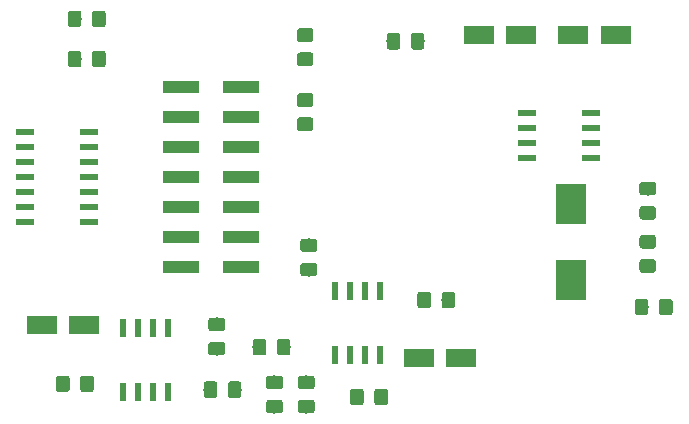
<source format=gtp>
G04 #@! TF.GenerationSoftware,KiCad,Pcbnew,5.0.0*
G04 #@! TF.CreationDate,2018-10-27T20:33:49+02:00*
G04 #@! TF.ProjectId,SimpleBatDetector,53696D706C654261744465746563746F,rev?*
G04 #@! TF.SameCoordinates,Original*
G04 #@! TF.FileFunction,Paste,Top*
G04 #@! TF.FilePolarity,Positive*
%FSLAX46Y46*%
G04 Gerber Fmt 4.6, Leading zero omitted, Abs format (unit mm)*
G04 Created by KiCad (PCBNEW 5.0.0) date Sat Oct 27 20:33:49 2018*
%MOMM*%
%LPD*%
G01*
G04 APERTURE LIST*
%ADD10R,3.150000X1.000000*%
%ADD11C,0.100000*%
%ADD12C,1.150000*%
%ADD13R,2.600000X1.600000*%
%ADD14R,2.500000X3.500000*%
%ADD15R,1.500000X0.600000*%
%ADD16R,0.600000X1.550000*%
%ADD17R,1.550000X0.600000*%
G04 APERTURE END LIST*
D10*
G04 #@! TO.C,J1*
X85975000Y-60380000D03*
X91025000Y-60380000D03*
X85975000Y-62920000D03*
X91025000Y-62920000D03*
X85975000Y-65460000D03*
X91025000Y-65460000D03*
X85975000Y-68000000D03*
X91025000Y-68000000D03*
X85975000Y-70540000D03*
X91025000Y-70540000D03*
X85975000Y-73080000D03*
X91025000Y-73080000D03*
X85975000Y-75620000D03*
X91025000Y-75620000D03*
G04 #@! TD*
D11*
G04 #@! TO.C,R8*
G36*
X106374505Y-55801204D02*
X106398773Y-55804804D01*
X106422572Y-55810765D01*
X106445671Y-55819030D01*
X106467850Y-55829520D01*
X106488893Y-55842132D01*
X106508599Y-55856747D01*
X106526777Y-55873223D01*
X106543253Y-55891401D01*
X106557868Y-55911107D01*
X106570480Y-55932150D01*
X106580970Y-55954329D01*
X106589235Y-55977428D01*
X106595196Y-56001227D01*
X106598796Y-56025495D01*
X106600000Y-56049999D01*
X106600000Y-56950001D01*
X106598796Y-56974505D01*
X106595196Y-56998773D01*
X106589235Y-57022572D01*
X106580970Y-57045671D01*
X106570480Y-57067850D01*
X106557868Y-57088893D01*
X106543253Y-57108599D01*
X106526777Y-57126777D01*
X106508599Y-57143253D01*
X106488893Y-57157868D01*
X106467850Y-57170480D01*
X106445671Y-57180970D01*
X106422572Y-57189235D01*
X106398773Y-57195196D01*
X106374505Y-57198796D01*
X106350001Y-57200000D01*
X105699999Y-57200000D01*
X105675495Y-57198796D01*
X105651227Y-57195196D01*
X105627428Y-57189235D01*
X105604329Y-57180970D01*
X105582150Y-57170480D01*
X105561107Y-57157868D01*
X105541401Y-57143253D01*
X105523223Y-57126777D01*
X105506747Y-57108599D01*
X105492132Y-57088893D01*
X105479520Y-57067850D01*
X105469030Y-57045671D01*
X105460765Y-57022572D01*
X105454804Y-56998773D01*
X105451204Y-56974505D01*
X105450000Y-56950001D01*
X105450000Y-56049999D01*
X105451204Y-56025495D01*
X105454804Y-56001227D01*
X105460765Y-55977428D01*
X105469030Y-55954329D01*
X105479520Y-55932150D01*
X105492132Y-55911107D01*
X105506747Y-55891401D01*
X105523223Y-55873223D01*
X105541401Y-55856747D01*
X105561107Y-55842132D01*
X105582150Y-55829520D01*
X105604329Y-55819030D01*
X105627428Y-55810765D01*
X105651227Y-55804804D01*
X105675495Y-55801204D01*
X105699999Y-55800000D01*
X106350001Y-55800000D01*
X106374505Y-55801204D01*
X106374505Y-55801204D01*
G37*
D12*
X106025000Y-56500000D03*
D11*
G36*
X104324505Y-55801204D02*
X104348773Y-55804804D01*
X104372572Y-55810765D01*
X104395671Y-55819030D01*
X104417850Y-55829520D01*
X104438893Y-55842132D01*
X104458599Y-55856747D01*
X104476777Y-55873223D01*
X104493253Y-55891401D01*
X104507868Y-55911107D01*
X104520480Y-55932150D01*
X104530970Y-55954329D01*
X104539235Y-55977428D01*
X104545196Y-56001227D01*
X104548796Y-56025495D01*
X104550000Y-56049999D01*
X104550000Y-56950001D01*
X104548796Y-56974505D01*
X104545196Y-56998773D01*
X104539235Y-57022572D01*
X104530970Y-57045671D01*
X104520480Y-57067850D01*
X104507868Y-57088893D01*
X104493253Y-57108599D01*
X104476777Y-57126777D01*
X104458599Y-57143253D01*
X104438893Y-57157868D01*
X104417850Y-57170480D01*
X104395671Y-57180970D01*
X104372572Y-57189235D01*
X104348773Y-57195196D01*
X104324505Y-57198796D01*
X104300001Y-57200000D01*
X103649999Y-57200000D01*
X103625495Y-57198796D01*
X103601227Y-57195196D01*
X103577428Y-57189235D01*
X103554329Y-57180970D01*
X103532150Y-57170480D01*
X103511107Y-57157868D01*
X103491401Y-57143253D01*
X103473223Y-57126777D01*
X103456747Y-57108599D01*
X103442132Y-57088893D01*
X103429520Y-57067850D01*
X103419030Y-57045671D01*
X103410765Y-57022572D01*
X103404804Y-56998773D01*
X103401204Y-56974505D01*
X103400000Y-56950001D01*
X103400000Y-56049999D01*
X103401204Y-56025495D01*
X103404804Y-56001227D01*
X103410765Y-55977428D01*
X103419030Y-55954329D01*
X103429520Y-55932150D01*
X103442132Y-55911107D01*
X103456747Y-55891401D01*
X103473223Y-55873223D01*
X103491401Y-55856747D01*
X103511107Y-55842132D01*
X103532150Y-55829520D01*
X103554329Y-55819030D01*
X103577428Y-55810765D01*
X103601227Y-55804804D01*
X103625495Y-55801204D01*
X103649999Y-55800000D01*
X104300001Y-55800000D01*
X104324505Y-55801204D01*
X104324505Y-55801204D01*
G37*
D12*
X103975000Y-56500000D03*
G04 #@! TD*
D13*
G04 #@! TO.C,C1*
X106100000Y-83350000D03*
X109700000Y-83350000D03*
G04 #@! TD*
G04 #@! TO.C,C4*
X111200000Y-56000000D03*
X114800000Y-56000000D03*
G04 #@! TD*
G04 #@! TO.C,C5*
X119200000Y-56000000D03*
X122800000Y-56000000D03*
G04 #@! TD*
G04 #@! TO.C,C13*
X74200000Y-80500000D03*
X77800000Y-80500000D03*
G04 #@! TD*
D14*
G04 #@! TO.C,C7*
X119000000Y-70250000D03*
X119000000Y-76750000D03*
G04 #@! TD*
D11*
G04 #@! TO.C,C12*
G36*
X101224505Y-85901204D02*
X101248773Y-85904804D01*
X101272572Y-85910765D01*
X101295671Y-85919030D01*
X101317850Y-85929520D01*
X101338893Y-85942132D01*
X101358599Y-85956747D01*
X101376777Y-85973223D01*
X101393253Y-85991401D01*
X101407868Y-86011107D01*
X101420480Y-86032150D01*
X101430970Y-86054329D01*
X101439235Y-86077428D01*
X101445196Y-86101227D01*
X101448796Y-86125495D01*
X101450000Y-86149999D01*
X101450000Y-87050001D01*
X101448796Y-87074505D01*
X101445196Y-87098773D01*
X101439235Y-87122572D01*
X101430970Y-87145671D01*
X101420480Y-87167850D01*
X101407868Y-87188893D01*
X101393253Y-87208599D01*
X101376777Y-87226777D01*
X101358599Y-87243253D01*
X101338893Y-87257868D01*
X101317850Y-87270480D01*
X101295671Y-87280970D01*
X101272572Y-87289235D01*
X101248773Y-87295196D01*
X101224505Y-87298796D01*
X101200001Y-87300000D01*
X100549999Y-87300000D01*
X100525495Y-87298796D01*
X100501227Y-87295196D01*
X100477428Y-87289235D01*
X100454329Y-87280970D01*
X100432150Y-87270480D01*
X100411107Y-87257868D01*
X100391401Y-87243253D01*
X100373223Y-87226777D01*
X100356747Y-87208599D01*
X100342132Y-87188893D01*
X100329520Y-87167850D01*
X100319030Y-87145671D01*
X100310765Y-87122572D01*
X100304804Y-87098773D01*
X100301204Y-87074505D01*
X100300000Y-87050001D01*
X100300000Y-86149999D01*
X100301204Y-86125495D01*
X100304804Y-86101227D01*
X100310765Y-86077428D01*
X100319030Y-86054329D01*
X100329520Y-86032150D01*
X100342132Y-86011107D01*
X100356747Y-85991401D01*
X100373223Y-85973223D01*
X100391401Y-85956747D01*
X100411107Y-85942132D01*
X100432150Y-85929520D01*
X100454329Y-85919030D01*
X100477428Y-85910765D01*
X100501227Y-85904804D01*
X100525495Y-85901204D01*
X100549999Y-85900000D01*
X101200001Y-85900000D01*
X101224505Y-85901204D01*
X101224505Y-85901204D01*
G37*
D12*
X100875000Y-86600000D03*
D11*
G36*
X103274505Y-85901204D02*
X103298773Y-85904804D01*
X103322572Y-85910765D01*
X103345671Y-85919030D01*
X103367850Y-85929520D01*
X103388893Y-85942132D01*
X103408599Y-85956747D01*
X103426777Y-85973223D01*
X103443253Y-85991401D01*
X103457868Y-86011107D01*
X103470480Y-86032150D01*
X103480970Y-86054329D01*
X103489235Y-86077428D01*
X103495196Y-86101227D01*
X103498796Y-86125495D01*
X103500000Y-86149999D01*
X103500000Y-87050001D01*
X103498796Y-87074505D01*
X103495196Y-87098773D01*
X103489235Y-87122572D01*
X103480970Y-87145671D01*
X103470480Y-87167850D01*
X103457868Y-87188893D01*
X103443253Y-87208599D01*
X103426777Y-87226777D01*
X103408599Y-87243253D01*
X103388893Y-87257868D01*
X103367850Y-87270480D01*
X103345671Y-87280970D01*
X103322572Y-87289235D01*
X103298773Y-87295196D01*
X103274505Y-87298796D01*
X103250001Y-87300000D01*
X102599999Y-87300000D01*
X102575495Y-87298796D01*
X102551227Y-87295196D01*
X102527428Y-87289235D01*
X102504329Y-87280970D01*
X102482150Y-87270480D01*
X102461107Y-87257868D01*
X102441401Y-87243253D01*
X102423223Y-87226777D01*
X102406747Y-87208599D01*
X102392132Y-87188893D01*
X102379520Y-87167850D01*
X102369030Y-87145671D01*
X102360765Y-87122572D01*
X102354804Y-87098773D01*
X102351204Y-87074505D01*
X102350000Y-87050001D01*
X102350000Y-86149999D01*
X102351204Y-86125495D01*
X102354804Y-86101227D01*
X102360765Y-86077428D01*
X102369030Y-86054329D01*
X102379520Y-86032150D01*
X102392132Y-86011107D01*
X102406747Y-85991401D01*
X102423223Y-85973223D01*
X102441401Y-85956747D01*
X102461107Y-85942132D01*
X102482150Y-85929520D01*
X102504329Y-85919030D01*
X102527428Y-85910765D01*
X102551227Y-85904804D01*
X102575495Y-85901204D01*
X102599999Y-85900000D01*
X103250001Y-85900000D01*
X103274505Y-85901204D01*
X103274505Y-85901204D01*
G37*
D12*
X102925000Y-86600000D03*
G04 #@! TD*
D11*
G04 #@! TO.C,C11*
G36*
X90874505Y-85301204D02*
X90898773Y-85304804D01*
X90922572Y-85310765D01*
X90945671Y-85319030D01*
X90967850Y-85329520D01*
X90988893Y-85342132D01*
X91008599Y-85356747D01*
X91026777Y-85373223D01*
X91043253Y-85391401D01*
X91057868Y-85411107D01*
X91070480Y-85432150D01*
X91080970Y-85454329D01*
X91089235Y-85477428D01*
X91095196Y-85501227D01*
X91098796Y-85525495D01*
X91100000Y-85549999D01*
X91100000Y-86450001D01*
X91098796Y-86474505D01*
X91095196Y-86498773D01*
X91089235Y-86522572D01*
X91080970Y-86545671D01*
X91070480Y-86567850D01*
X91057868Y-86588893D01*
X91043253Y-86608599D01*
X91026777Y-86626777D01*
X91008599Y-86643253D01*
X90988893Y-86657868D01*
X90967850Y-86670480D01*
X90945671Y-86680970D01*
X90922572Y-86689235D01*
X90898773Y-86695196D01*
X90874505Y-86698796D01*
X90850001Y-86700000D01*
X90199999Y-86700000D01*
X90175495Y-86698796D01*
X90151227Y-86695196D01*
X90127428Y-86689235D01*
X90104329Y-86680970D01*
X90082150Y-86670480D01*
X90061107Y-86657868D01*
X90041401Y-86643253D01*
X90023223Y-86626777D01*
X90006747Y-86608599D01*
X89992132Y-86588893D01*
X89979520Y-86567850D01*
X89969030Y-86545671D01*
X89960765Y-86522572D01*
X89954804Y-86498773D01*
X89951204Y-86474505D01*
X89950000Y-86450001D01*
X89950000Y-85549999D01*
X89951204Y-85525495D01*
X89954804Y-85501227D01*
X89960765Y-85477428D01*
X89969030Y-85454329D01*
X89979520Y-85432150D01*
X89992132Y-85411107D01*
X90006747Y-85391401D01*
X90023223Y-85373223D01*
X90041401Y-85356747D01*
X90061107Y-85342132D01*
X90082150Y-85329520D01*
X90104329Y-85319030D01*
X90127428Y-85310765D01*
X90151227Y-85304804D01*
X90175495Y-85301204D01*
X90199999Y-85300000D01*
X90850001Y-85300000D01*
X90874505Y-85301204D01*
X90874505Y-85301204D01*
G37*
D12*
X90525000Y-86000000D03*
D11*
G36*
X88824505Y-85301204D02*
X88848773Y-85304804D01*
X88872572Y-85310765D01*
X88895671Y-85319030D01*
X88917850Y-85329520D01*
X88938893Y-85342132D01*
X88958599Y-85356747D01*
X88976777Y-85373223D01*
X88993253Y-85391401D01*
X89007868Y-85411107D01*
X89020480Y-85432150D01*
X89030970Y-85454329D01*
X89039235Y-85477428D01*
X89045196Y-85501227D01*
X89048796Y-85525495D01*
X89050000Y-85549999D01*
X89050000Y-86450001D01*
X89048796Y-86474505D01*
X89045196Y-86498773D01*
X89039235Y-86522572D01*
X89030970Y-86545671D01*
X89020480Y-86567850D01*
X89007868Y-86588893D01*
X88993253Y-86608599D01*
X88976777Y-86626777D01*
X88958599Y-86643253D01*
X88938893Y-86657868D01*
X88917850Y-86670480D01*
X88895671Y-86680970D01*
X88872572Y-86689235D01*
X88848773Y-86695196D01*
X88824505Y-86698796D01*
X88800001Y-86700000D01*
X88149999Y-86700000D01*
X88125495Y-86698796D01*
X88101227Y-86695196D01*
X88077428Y-86689235D01*
X88054329Y-86680970D01*
X88032150Y-86670480D01*
X88011107Y-86657868D01*
X87991401Y-86643253D01*
X87973223Y-86626777D01*
X87956747Y-86608599D01*
X87942132Y-86588893D01*
X87929520Y-86567850D01*
X87919030Y-86545671D01*
X87910765Y-86522572D01*
X87904804Y-86498773D01*
X87901204Y-86474505D01*
X87900000Y-86450001D01*
X87900000Y-85549999D01*
X87901204Y-85525495D01*
X87904804Y-85501227D01*
X87910765Y-85477428D01*
X87919030Y-85454329D01*
X87929520Y-85432150D01*
X87942132Y-85411107D01*
X87956747Y-85391401D01*
X87973223Y-85373223D01*
X87991401Y-85356747D01*
X88011107Y-85342132D01*
X88032150Y-85329520D01*
X88054329Y-85319030D01*
X88077428Y-85310765D01*
X88101227Y-85304804D01*
X88125495Y-85301204D01*
X88149999Y-85300000D01*
X88800001Y-85300000D01*
X88824505Y-85301204D01*
X88824505Y-85301204D01*
G37*
D12*
X88475000Y-86000000D03*
G04 #@! TD*
D11*
G04 #@! TO.C,C10*
G36*
X94374505Y-84801204D02*
X94398773Y-84804804D01*
X94422572Y-84810765D01*
X94445671Y-84819030D01*
X94467850Y-84829520D01*
X94488893Y-84842132D01*
X94508599Y-84856747D01*
X94526777Y-84873223D01*
X94543253Y-84891401D01*
X94557868Y-84911107D01*
X94570480Y-84932150D01*
X94580970Y-84954329D01*
X94589235Y-84977428D01*
X94595196Y-85001227D01*
X94598796Y-85025495D01*
X94600000Y-85049999D01*
X94600000Y-85700001D01*
X94598796Y-85724505D01*
X94595196Y-85748773D01*
X94589235Y-85772572D01*
X94580970Y-85795671D01*
X94570480Y-85817850D01*
X94557868Y-85838893D01*
X94543253Y-85858599D01*
X94526777Y-85876777D01*
X94508599Y-85893253D01*
X94488893Y-85907868D01*
X94467850Y-85920480D01*
X94445671Y-85930970D01*
X94422572Y-85939235D01*
X94398773Y-85945196D01*
X94374505Y-85948796D01*
X94350001Y-85950000D01*
X93449999Y-85950000D01*
X93425495Y-85948796D01*
X93401227Y-85945196D01*
X93377428Y-85939235D01*
X93354329Y-85930970D01*
X93332150Y-85920480D01*
X93311107Y-85907868D01*
X93291401Y-85893253D01*
X93273223Y-85876777D01*
X93256747Y-85858599D01*
X93242132Y-85838893D01*
X93229520Y-85817850D01*
X93219030Y-85795671D01*
X93210765Y-85772572D01*
X93204804Y-85748773D01*
X93201204Y-85724505D01*
X93200000Y-85700001D01*
X93200000Y-85049999D01*
X93201204Y-85025495D01*
X93204804Y-85001227D01*
X93210765Y-84977428D01*
X93219030Y-84954329D01*
X93229520Y-84932150D01*
X93242132Y-84911107D01*
X93256747Y-84891401D01*
X93273223Y-84873223D01*
X93291401Y-84856747D01*
X93311107Y-84842132D01*
X93332150Y-84829520D01*
X93354329Y-84819030D01*
X93377428Y-84810765D01*
X93401227Y-84804804D01*
X93425495Y-84801204D01*
X93449999Y-84800000D01*
X94350001Y-84800000D01*
X94374505Y-84801204D01*
X94374505Y-84801204D01*
G37*
D12*
X93900000Y-85375000D03*
D11*
G36*
X94374505Y-86851204D02*
X94398773Y-86854804D01*
X94422572Y-86860765D01*
X94445671Y-86869030D01*
X94467850Y-86879520D01*
X94488893Y-86892132D01*
X94508599Y-86906747D01*
X94526777Y-86923223D01*
X94543253Y-86941401D01*
X94557868Y-86961107D01*
X94570480Y-86982150D01*
X94580970Y-87004329D01*
X94589235Y-87027428D01*
X94595196Y-87051227D01*
X94598796Y-87075495D01*
X94600000Y-87099999D01*
X94600000Y-87750001D01*
X94598796Y-87774505D01*
X94595196Y-87798773D01*
X94589235Y-87822572D01*
X94580970Y-87845671D01*
X94570480Y-87867850D01*
X94557868Y-87888893D01*
X94543253Y-87908599D01*
X94526777Y-87926777D01*
X94508599Y-87943253D01*
X94488893Y-87957868D01*
X94467850Y-87970480D01*
X94445671Y-87980970D01*
X94422572Y-87989235D01*
X94398773Y-87995196D01*
X94374505Y-87998796D01*
X94350001Y-88000000D01*
X93449999Y-88000000D01*
X93425495Y-87998796D01*
X93401227Y-87995196D01*
X93377428Y-87989235D01*
X93354329Y-87980970D01*
X93332150Y-87970480D01*
X93311107Y-87957868D01*
X93291401Y-87943253D01*
X93273223Y-87926777D01*
X93256747Y-87908599D01*
X93242132Y-87888893D01*
X93229520Y-87867850D01*
X93219030Y-87845671D01*
X93210765Y-87822572D01*
X93204804Y-87798773D01*
X93201204Y-87774505D01*
X93200000Y-87750001D01*
X93200000Y-87099999D01*
X93201204Y-87075495D01*
X93204804Y-87051227D01*
X93210765Y-87027428D01*
X93219030Y-87004329D01*
X93229520Y-86982150D01*
X93242132Y-86961107D01*
X93256747Y-86941401D01*
X93273223Y-86923223D01*
X93291401Y-86906747D01*
X93311107Y-86892132D01*
X93332150Y-86879520D01*
X93354329Y-86869030D01*
X93377428Y-86860765D01*
X93401227Y-86854804D01*
X93425495Y-86851204D01*
X93449999Y-86850000D01*
X94350001Y-86850000D01*
X94374505Y-86851204D01*
X94374505Y-86851204D01*
G37*
D12*
X93900000Y-87425000D03*
G04 #@! TD*
D11*
G04 #@! TO.C,C9*
G36*
X89474505Y-81951204D02*
X89498773Y-81954804D01*
X89522572Y-81960765D01*
X89545671Y-81969030D01*
X89567850Y-81979520D01*
X89588893Y-81992132D01*
X89608599Y-82006747D01*
X89626777Y-82023223D01*
X89643253Y-82041401D01*
X89657868Y-82061107D01*
X89670480Y-82082150D01*
X89680970Y-82104329D01*
X89689235Y-82127428D01*
X89695196Y-82151227D01*
X89698796Y-82175495D01*
X89700000Y-82199999D01*
X89700000Y-82850001D01*
X89698796Y-82874505D01*
X89695196Y-82898773D01*
X89689235Y-82922572D01*
X89680970Y-82945671D01*
X89670480Y-82967850D01*
X89657868Y-82988893D01*
X89643253Y-83008599D01*
X89626777Y-83026777D01*
X89608599Y-83043253D01*
X89588893Y-83057868D01*
X89567850Y-83070480D01*
X89545671Y-83080970D01*
X89522572Y-83089235D01*
X89498773Y-83095196D01*
X89474505Y-83098796D01*
X89450001Y-83100000D01*
X88549999Y-83100000D01*
X88525495Y-83098796D01*
X88501227Y-83095196D01*
X88477428Y-83089235D01*
X88454329Y-83080970D01*
X88432150Y-83070480D01*
X88411107Y-83057868D01*
X88391401Y-83043253D01*
X88373223Y-83026777D01*
X88356747Y-83008599D01*
X88342132Y-82988893D01*
X88329520Y-82967850D01*
X88319030Y-82945671D01*
X88310765Y-82922572D01*
X88304804Y-82898773D01*
X88301204Y-82874505D01*
X88300000Y-82850001D01*
X88300000Y-82199999D01*
X88301204Y-82175495D01*
X88304804Y-82151227D01*
X88310765Y-82127428D01*
X88319030Y-82104329D01*
X88329520Y-82082150D01*
X88342132Y-82061107D01*
X88356747Y-82041401D01*
X88373223Y-82023223D01*
X88391401Y-82006747D01*
X88411107Y-81992132D01*
X88432150Y-81979520D01*
X88454329Y-81969030D01*
X88477428Y-81960765D01*
X88501227Y-81954804D01*
X88525495Y-81951204D01*
X88549999Y-81950000D01*
X89450001Y-81950000D01*
X89474505Y-81951204D01*
X89474505Y-81951204D01*
G37*
D12*
X89000000Y-82525000D03*
D11*
G36*
X89474505Y-79901204D02*
X89498773Y-79904804D01*
X89522572Y-79910765D01*
X89545671Y-79919030D01*
X89567850Y-79929520D01*
X89588893Y-79942132D01*
X89608599Y-79956747D01*
X89626777Y-79973223D01*
X89643253Y-79991401D01*
X89657868Y-80011107D01*
X89670480Y-80032150D01*
X89680970Y-80054329D01*
X89689235Y-80077428D01*
X89695196Y-80101227D01*
X89698796Y-80125495D01*
X89700000Y-80149999D01*
X89700000Y-80800001D01*
X89698796Y-80824505D01*
X89695196Y-80848773D01*
X89689235Y-80872572D01*
X89680970Y-80895671D01*
X89670480Y-80917850D01*
X89657868Y-80938893D01*
X89643253Y-80958599D01*
X89626777Y-80976777D01*
X89608599Y-80993253D01*
X89588893Y-81007868D01*
X89567850Y-81020480D01*
X89545671Y-81030970D01*
X89522572Y-81039235D01*
X89498773Y-81045196D01*
X89474505Y-81048796D01*
X89450001Y-81050000D01*
X88549999Y-81050000D01*
X88525495Y-81048796D01*
X88501227Y-81045196D01*
X88477428Y-81039235D01*
X88454329Y-81030970D01*
X88432150Y-81020480D01*
X88411107Y-81007868D01*
X88391401Y-80993253D01*
X88373223Y-80976777D01*
X88356747Y-80958599D01*
X88342132Y-80938893D01*
X88329520Y-80917850D01*
X88319030Y-80895671D01*
X88310765Y-80872572D01*
X88304804Y-80848773D01*
X88301204Y-80824505D01*
X88300000Y-80800001D01*
X88300000Y-80149999D01*
X88301204Y-80125495D01*
X88304804Y-80101227D01*
X88310765Y-80077428D01*
X88319030Y-80054329D01*
X88329520Y-80032150D01*
X88342132Y-80011107D01*
X88356747Y-79991401D01*
X88373223Y-79973223D01*
X88391401Y-79956747D01*
X88411107Y-79942132D01*
X88432150Y-79929520D01*
X88454329Y-79919030D01*
X88477428Y-79910765D01*
X88501227Y-79904804D01*
X88525495Y-79901204D01*
X88549999Y-79900000D01*
X89450001Y-79900000D01*
X89474505Y-79901204D01*
X89474505Y-79901204D01*
G37*
D12*
X89000000Y-80475000D03*
G04 #@! TD*
D11*
G04 #@! TO.C,C6*
G36*
X125974505Y-68401204D02*
X125998773Y-68404804D01*
X126022572Y-68410765D01*
X126045671Y-68419030D01*
X126067850Y-68429520D01*
X126088893Y-68442132D01*
X126108599Y-68456747D01*
X126126777Y-68473223D01*
X126143253Y-68491401D01*
X126157868Y-68511107D01*
X126170480Y-68532150D01*
X126180970Y-68554329D01*
X126189235Y-68577428D01*
X126195196Y-68601227D01*
X126198796Y-68625495D01*
X126200000Y-68649999D01*
X126200000Y-69300001D01*
X126198796Y-69324505D01*
X126195196Y-69348773D01*
X126189235Y-69372572D01*
X126180970Y-69395671D01*
X126170480Y-69417850D01*
X126157868Y-69438893D01*
X126143253Y-69458599D01*
X126126777Y-69476777D01*
X126108599Y-69493253D01*
X126088893Y-69507868D01*
X126067850Y-69520480D01*
X126045671Y-69530970D01*
X126022572Y-69539235D01*
X125998773Y-69545196D01*
X125974505Y-69548796D01*
X125950001Y-69550000D01*
X125049999Y-69550000D01*
X125025495Y-69548796D01*
X125001227Y-69545196D01*
X124977428Y-69539235D01*
X124954329Y-69530970D01*
X124932150Y-69520480D01*
X124911107Y-69507868D01*
X124891401Y-69493253D01*
X124873223Y-69476777D01*
X124856747Y-69458599D01*
X124842132Y-69438893D01*
X124829520Y-69417850D01*
X124819030Y-69395671D01*
X124810765Y-69372572D01*
X124804804Y-69348773D01*
X124801204Y-69324505D01*
X124800000Y-69300001D01*
X124800000Y-68649999D01*
X124801204Y-68625495D01*
X124804804Y-68601227D01*
X124810765Y-68577428D01*
X124819030Y-68554329D01*
X124829520Y-68532150D01*
X124842132Y-68511107D01*
X124856747Y-68491401D01*
X124873223Y-68473223D01*
X124891401Y-68456747D01*
X124911107Y-68442132D01*
X124932150Y-68429520D01*
X124954329Y-68419030D01*
X124977428Y-68410765D01*
X125001227Y-68404804D01*
X125025495Y-68401204D01*
X125049999Y-68400000D01*
X125950001Y-68400000D01*
X125974505Y-68401204D01*
X125974505Y-68401204D01*
G37*
D12*
X125500000Y-68975000D03*
D11*
G36*
X125974505Y-70451204D02*
X125998773Y-70454804D01*
X126022572Y-70460765D01*
X126045671Y-70469030D01*
X126067850Y-70479520D01*
X126088893Y-70492132D01*
X126108599Y-70506747D01*
X126126777Y-70523223D01*
X126143253Y-70541401D01*
X126157868Y-70561107D01*
X126170480Y-70582150D01*
X126180970Y-70604329D01*
X126189235Y-70627428D01*
X126195196Y-70651227D01*
X126198796Y-70675495D01*
X126200000Y-70699999D01*
X126200000Y-71350001D01*
X126198796Y-71374505D01*
X126195196Y-71398773D01*
X126189235Y-71422572D01*
X126180970Y-71445671D01*
X126170480Y-71467850D01*
X126157868Y-71488893D01*
X126143253Y-71508599D01*
X126126777Y-71526777D01*
X126108599Y-71543253D01*
X126088893Y-71557868D01*
X126067850Y-71570480D01*
X126045671Y-71580970D01*
X126022572Y-71589235D01*
X125998773Y-71595196D01*
X125974505Y-71598796D01*
X125950001Y-71600000D01*
X125049999Y-71600000D01*
X125025495Y-71598796D01*
X125001227Y-71595196D01*
X124977428Y-71589235D01*
X124954329Y-71580970D01*
X124932150Y-71570480D01*
X124911107Y-71557868D01*
X124891401Y-71543253D01*
X124873223Y-71526777D01*
X124856747Y-71508599D01*
X124842132Y-71488893D01*
X124829520Y-71467850D01*
X124819030Y-71445671D01*
X124810765Y-71422572D01*
X124804804Y-71398773D01*
X124801204Y-71374505D01*
X124800000Y-71350001D01*
X124800000Y-70699999D01*
X124801204Y-70675495D01*
X124804804Y-70651227D01*
X124810765Y-70627428D01*
X124819030Y-70604329D01*
X124829520Y-70582150D01*
X124842132Y-70561107D01*
X124856747Y-70541401D01*
X124873223Y-70523223D01*
X124891401Y-70506747D01*
X124911107Y-70492132D01*
X124932150Y-70479520D01*
X124954329Y-70469030D01*
X124977428Y-70460765D01*
X125001227Y-70454804D01*
X125025495Y-70451204D01*
X125049999Y-70450000D01*
X125950001Y-70450000D01*
X125974505Y-70451204D01*
X125974505Y-70451204D01*
G37*
D12*
X125500000Y-71025000D03*
G04 #@! TD*
D11*
G04 #@! TO.C,C3*
G36*
X96974505Y-62951204D02*
X96998773Y-62954804D01*
X97022572Y-62960765D01*
X97045671Y-62969030D01*
X97067850Y-62979520D01*
X97088893Y-62992132D01*
X97108599Y-63006747D01*
X97126777Y-63023223D01*
X97143253Y-63041401D01*
X97157868Y-63061107D01*
X97170480Y-63082150D01*
X97180970Y-63104329D01*
X97189235Y-63127428D01*
X97195196Y-63151227D01*
X97198796Y-63175495D01*
X97200000Y-63199999D01*
X97200000Y-63850001D01*
X97198796Y-63874505D01*
X97195196Y-63898773D01*
X97189235Y-63922572D01*
X97180970Y-63945671D01*
X97170480Y-63967850D01*
X97157868Y-63988893D01*
X97143253Y-64008599D01*
X97126777Y-64026777D01*
X97108599Y-64043253D01*
X97088893Y-64057868D01*
X97067850Y-64070480D01*
X97045671Y-64080970D01*
X97022572Y-64089235D01*
X96998773Y-64095196D01*
X96974505Y-64098796D01*
X96950001Y-64100000D01*
X96049999Y-64100000D01*
X96025495Y-64098796D01*
X96001227Y-64095196D01*
X95977428Y-64089235D01*
X95954329Y-64080970D01*
X95932150Y-64070480D01*
X95911107Y-64057868D01*
X95891401Y-64043253D01*
X95873223Y-64026777D01*
X95856747Y-64008599D01*
X95842132Y-63988893D01*
X95829520Y-63967850D01*
X95819030Y-63945671D01*
X95810765Y-63922572D01*
X95804804Y-63898773D01*
X95801204Y-63874505D01*
X95800000Y-63850001D01*
X95800000Y-63199999D01*
X95801204Y-63175495D01*
X95804804Y-63151227D01*
X95810765Y-63127428D01*
X95819030Y-63104329D01*
X95829520Y-63082150D01*
X95842132Y-63061107D01*
X95856747Y-63041401D01*
X95873223Y-63023223D01*
X95891401Y-63006747D01*
X95911107Y-62992132D01*
X95932150Y-62979520D01*
X95954329Y-62969030D01*
X95977428Y-62960765D01*
X96001227Y-62954804D01*
X96025495Y-62951204D01*
X96049999Y-62950000D01*
X96950001Y-62950000D01*
X96974505Y-62951204D01*
X96974505Y-62951204D01*
G37*
D12*
X96500000Y-63525000D03*
D11*
G36*
X96974505Y-60901204D02*
X96998773Y-60904804D01*
X97022572Y-60910765D01*
X97045671Y-60919030D01*
X97067850Y-60929520D01*
X97088893Y-60942132D01*
X97108599Y-60956747D01*
X97126777Y-60973223D01*
X97143253Y-60991401D01*
X97157868Y-61011107D01*
X97170480Y-61032150D01*
X97180970Y-61054329D01*
X97189235Y-61077428D01*
X97195196Y-61101227D01*
X97198796Y-61125495D01*
X97200000Y-61149999D01*
X97200000Y-61800001D01*
X97198796Y-61824505D01*
X97195196Y-61848773D01*
X97189235Y-61872572D01*
X97180970Y-61895671D01*
X97170480Y-61917850D01*
X97157868Y-61938893D01*
X97143253Y-61958599D01*
X97126777Y-61976777D01*
X97108599Y-61993253D01*
X97088893Y-62007868D01*
X97067850Y-62020480D01*
X97045671Y-62030970D01*
X97022572Y-62039235D01*
X96998773Y-62045196D01*
X96974505Y-62048796D01*
X96950001Y-62050000D01*
X96049999Y-62050000D01*
X96025495Y-62048796D01*
X96001227Y-62045196D01*
X95977428Y-62039235D01*
X95954329Y-62030970D01*
X95932150Y-62020480D01*
X95911107Y-62007868D01*
X95891401Y-61993253D01*
X95873223Y-61976777D01*
X95856747Y-61958599D01*
X95842132Y-61938893D01*
X95829520Y-61917850D01*
X95819030Y-61895671D01*
X95810765Y-61872572D01*
X95804804Y-61848773D01*
X95801204Y-61824505D01*
X95800000Y-61800001D01*
X95800000Y-61149999D01*
X95801204Y-61125495D01*
X95804804Y-61101227D01*
X95810765Y-61077428D01*
X95819030Y-61054329D01*
X95829520Y-61032150D01*
X95842132Y-61011107D01*
X95856747Y-60991401D01*
X95873223Y-60973223D01*
X95891401Y-60956747D01*
X95911107Y-60942132D01*
X95932150Y-60929520D01*
X95954329Y-60919030D01*
X95977428Y-60910765D01*
X96001227Y-60904804D01*
X96025495Y-60901204D01*
X96049999Y-60900000D01*
X96950001Y-60900000D01*
X96974505Y-60901204D01*
X96974505Y-60901204D01*
G37*
D12*
X96500000Y-61475000D03*
G04 #@! TD*
D11*
G04 #@! TO.C,C2*
G36*
X95024505Y-81701204D02*
X95048773Y-81704804D01*
X95072572Y-81710765D01*
X95095671Y-81719030D01*
X95117850Y-81729520D01*
X95138893Y-81742132D01*
X95158599Y-81756747D01*
X95176777Y-81773223D01*
X95193253Y-81791401D01*
X95207868Y-81811107D01*
X95220480Y-81832150D01*
X95230970Y-81854329D01*
X95239235Y-81877428D01*
X95245196Y-81901227D01*
X95248796Y-81925495D01*
X95250000Y-81949999D01*
X95250000Y-82850001D01*
X95248796Y-82874505D01*
X95245196Y-82898773D01*
X95239235Y-82922572D01*
X95230970Y-82945671D01*
X95220480Y-82967850D01*
X95207868Y-82988893D01*
X95193253Y-83008599D01*
X95176777Y-83026777D01*
X95158599Y-83043253D01*
X95138893Y-83057868D01*
X95117850Y-83070480D01*
X95095671Y-83080970D01*
X95072572Y-83089235D01*
X95048773Y-83095196D01*
X95024505Y-83098796D01*
X95000001Y-83100000D01*
X94349999Y-83100000D01*
X94325495Y-83098796D01*
X94301227Y-83095196D01*
X94277428Y-83089235D01*
X94254329Y-83080970D01*
X94232150Y-83070480D01*
X94211107Y-83057868D01*
X94191401Y-83043253D01*
X94173223Y-83026777D01*
X94156747Y-83008599D01*
X94142132Y-82988893D01*
X94129520Y-82967850D01*
X94119030Y-82945671D01*
X94110765Y-82922572D01*
X94104804Y-82898773D01*
X94101204Y-82874505D01*
X94100000Y-82850001D01*
X94100000Y-81949999D01*
X94101204Y-81925495D01*
X94104804Y-81901227D01*
X94110765Y-81877428D01*
X94119030Y-81854329D01*
X94129520Y-81832150D01*
X94142132Y-81811107D01*
X94156747Y-81791401D01*
X94173223Y-81773223D01*
X94191401Y-81756747D01*
X94211107Y-81742132D01*
X94232150Y-81729520D01*
X94254329Y-81719030D01*
X94277428Y-81710765D01*
X94301227Y-81704804D01*
X94325495Y-81701204D01*
X94349999Y-81700000D01*
X95000001Y-81700000D01*
X95024505Y-81701204D01*
X95024505Y-81701204D01*
G37*
D12*
X94675000Y-82400000D03*
D11*
G36*
X92974505Y-81701204D02*
X92998773Y-81704804D01*
X93022572Y-81710765D01*
X93045671Y-81719030D01*
X93067850Y-81729520D01*
X93088893Y-81742132D01*
X93108599Y-81756747D01*
X93126777Y-81773223D01*
X93143253Y-81791401D01*
X93157868Y-81811107D01*
X93170480Y-81832150D01*
X93180970Y-81854329D01*
X93189235Y-81877428D01*
X93195196Y-81901227D01*
X93198796Y-81925495D01*
X93200000Y-81949999D01*
X93200000Y-82850001D01*
X93198796Y-82874505D01*
X93195196Y-82898773D01*
X93189235Y-82922572D01*
X93180970Y-82945671D01*
X93170480Y-82967850D01*
X93157868Y-82988893D01*
X93143253Y-83008599D01*
X93126777Y-83026777D01*
X93108599Y-83043253D01*
X93088893Y-83057868D01*
X93067850Y-83070480D01*
X93045671Y-83080970D01*
X93022572Y-83089235D01*
X92998773Y-83095196D01*
X92974505Y-83098796D01*
X92950001Y-83100000D01*
X92299999Y-83100000D01*
X92275495Y-83098796D01*
X92251227Y-83095196D01*
X92227428Y-83089235D01*
X92204329Y-83080970D01*
X92182150Y-83070480D01*
X92161107Y-83057868D01*
X92141401Y-83043253D01*
X92123223Y-83026777D01*
X92106747Y-83008599D01*
X92092132Y-82988893D01*
X92079520Y-82967850D01*
X92069030Y-82945671D01*
X92060765Y-82922572D01*
X92054804Y-82898773D01*
X92051204Y-82874505D01*
X92050000Y-82850001D01*
X92050000Y-81949999D01*
X92051204Y-81925495D01*
X92054804Y-81901227D01*
X92060765Y-81877428D01*
X92069030Y-81854329D01*
X92079520Y-81832150D01*
X92092132Y-81811107D01*
X92106747Y-81791401D01*
X92123223Y-81773223D01*
X92141401Y-81756747D01*
X92161107Y-81742132D01*
X92182150Y-81729520D01*
X92204329Y-81719030D01*
X92227428Y-81710765D01*
X92251227Y-81704804D01*
X92275495Y-81701204D01*
X92299999Y-81700000D01*
X92950001Y-81700000D01*
X92974505Y-81701204D01*
X92974505Y-81701204D01*
G37*
D12*
X92625000Y-82400000D03*
G04 #@! TD*
D11*
G04 #@! TO.C,C8*
G36*
X97274505Y-73201204D02*
X97298773Y-73204804D01*
X97322572Y-73210765D01*
X97345671Y-73219030D01*
X97367850Y-73229520D01*
X97388893Y-73242132D01*
X97408599Y-73256747D01*
X97426777Y-73273223D01*
X97443253Y-73291401D01*
X97457868Y-73311107D01*
X97470480Y-73332150D01*
X97480970Y-73354329D01*
X97489235Y-73377428D01*
X97495196Y-73401227D01*
X97498796Y-73425495D01*
X97500000Y-73449999D01*
X97500000Y-74100001D01*
X97498796Y-74124505D01*
X97495196Y-74148773D01*
X97489235Y-74172572D01*
X97480970Y-74195671D01*
X97470480Y-74217850D01*
X97457868Y-74238893D01*
X97443253Y-74258599D01*
X97426777Y-74276777D01*
X97408599Y-74293253D01*
X97388893Y-74307868D01*
X97367850Y-74320480D01*
X97345671Y-74330970D01*
X97322572Y-74339235D01*
X97298773Y-74345196D01*
X97274505Y-74348796D01*
X97250001Y-74350000D01*
X96349999Y-74350000D01*
X96325495Y-74348796D01*
X96301227Y-74345196D01*
X96277428Y-74339235D01*
X96254329Y-74330970D01*
X96232150Y-74320480D01*
X96211107Y-74307868D01*
X96191401Y-74293253D01*
X96173223Y-74276777D01*
X96156747Y-74258599D01*
X96142132Y-74238893D01*
X96129520Y-74217850D01*
X96119030Y-74195671D01*
X96110765Y-74172572D01*
X96104804Y-74148773D01*
X96101204Y-74124505D01*
X96100000Y-74100001D01*
X96100000Y-73449999D01*
X96101204Y-73425495D01*
X96104804Y-73401227D01*
X96110765Y-73377428D01*
X96119030Y-73354329D01*
X96129520Y-73332150D01*
X96142132Y-73311107D01*
X96156747Y-73291401D01*
X96173223Y-73273223D01*
X96191401Y-73256747D01*
X96211107Y-73242132D01*
X96232150Y-73229520D01*
X96254329Y-73219030D01*
X96277428Y-73210765D01*
X96301227Y-73204804D01*
X96325495Y-73201204D01*
X96349999Y-73200000D01*
X97250001Y-73200000D01*
X97274505Y-73201204D01*
X97274505Y-73201204D01*
G37*
D12*
X96800000Y-73775000D03*
D11*
G36*
X97274505Y-75251204D02*
X97298773Y-75254804D01*
X97322572Y-75260765D01*
X97345671Y-75269030D01*
X97367850Y-75279520D01*
X97388893Y-75292132D01*
X97408599Y-75306747D01*
X97426777Y-75323223D01*
X97443253Y-75341401D01*
X97457868Y-75361107D01*
X97470480Y-75382150D01*
X97480970Y-75404329D01*
X97489235Y-75427428D01*
X97495196Y-75451227D01*
X97498796Y-75475495D01*
X97500000Y-75499999D01*
X97500000Y-76150001D01*
X97498796Y-76174505D01*
X97495196Y-76198773D01*
X97489235Y-76222572D01*
X97480970Y-76245671D01*
X97470480Y-76267850D01*
X97457868Y-76288893D01*
X97443253Y-76308599D01*
X97426777Y-76326777D01*
X97408599Y-76343253D01*
X97388893Y-76357868D01*
X97367850Y-76370480D01*
X97345671Y-76380970D01*
X97322572Y-76389235D01*
X97298773Y-76395196D01*
X97274505Y-76398796D01*
X97250001Y-76400000D01*
X96349999Y-76400000D01*
X96325495Y-76398796D01*
X96301227Y-76395196D01*
X96277428Y-76389235D01*
X96254329Y-76380970D01*
X96232150Y-76370480D01*
X96211107Y-76357868D01*
X96191401Y-76343253D01*
X96173223Y-76326777D01*
X96156747Y-76308599D01*
X96142132Y-76288893D01*
X96129520Y-76267850D01*
X96119030Y-76245671D01*
X96110765Y-76222572D01*
X96104804Y-76198773D01*
X96101204Y-76174505D01*
X96100000Y-76150001D01*
X96100000Y-75499999D01*
X96101204Y-75475495D01*
X96104804Y-75451227D01*
X96110765Y-75427428D01*
X96119030Y-75404329D01*
X96129520Y-75382150D01*
X96142132Y-75361107D01*
X96156747Y-75341401D01*
X96173223Y-75323223D01*
X96191401Y-75306747D01*
X96211107Y-75292132D01*
X96232150Y-75279520D01*
X96254329Y-75269030D01*
X96277428Y-75260765D01*
X96301227Y-75254804D01*
X96325495Y-75251204D01*
X96349999Y-75250000D01*
X97250001Y-75250000D01*
X97274505Y-75251204D01*
X97274505Y-75251204D01*
G37*
D12*
X96800000Y-75825000D03*
G04 #@! TD*
D11*
G04 #@! TO.C,D1*
G36*
X79374505Y-53901204D02*
X79398773Y-53904804D01*
X79422572Y-53910765D01*
X79445671Y-53919030D01*
X79467850Y-53929520D01*
X79488893Y-53942132D01*
X79508599Y-53956747D01*
X79526777Y-53973223D01*
X79543253Y-53991401D01*
X79557868Y-54011107D01*
X79570480Y-54032150D01*
X79580970Y-54054329D01*
X79589235Y-54077428D01*
X79595196Y-54101227D01*
X79598796Y-54125495D01*
X79600000Y-54149999D01*
X79600000Y-55050001D01*
X79598796Y-55074505D01*
X79595196Y-55098773D01*
X79589235Y-55122572D01*
X79580970Y-55145671D01*
X79570480Y-55167850D01*
X79557868Y-55188893D01*
X79543253Y-55208599D01*
X79526777Y-55226777D01*
X79508599Y-55243253D01*
X79488893Y-55257868D01*
X79467850Y-55270480D01*
X79445671Y-55280970D01*
X79422572Y-55289235D01*
X79398773Y-55295196D01*
X79374505Y-55298796D01*
X79350001Y-55300000D01*
X78699999Y-55300000D01*
X78675495Y-55298796D01*
X78651227Y-55295196D01*
X78627428Y-55289235D01*
X78604329Y-55280970D01*
X78582150Y-55270480D01*
X78561107Y-55257868D01*
X78541401Y-55243253D01*
X78523223Y-55226777D01*
X78506747Y-55208599D01*
X78492132Y-55188893D01*
X78479520Y-55167850D01*
X78469030Y-55145671D01*
X78460765Y-55122572D01*
X78454804Y-55098773D01*
X78451204Y-55074505D01*
X78450000Y-55050001D01*
X78450000Y-54149999D01*
X78451204Y-54125495D01*
X78454804Y-54101227D01*
X78460765Y-54077428D01*
X78469030Y-54054329D01*
X78479520Y-54032150D01*
X78492132Y-54011107D01*
X78506747Y-53991401D01*
X78523223Y-53973223D01*
X78541401Y-53956747D01*
X78561107Y-53942132D01*
X78582150Y-53929520D01*
X78604329Y-53919030D01*
X78627428Y-53910765D01*
X78651227Y-53904804D01*
X78675495Y-53901204D01*
X78699999Y-53900000D01*
X79350001Y-53900000D01*
X79374505Y-53901204D01*
X79374505Y-53901204D01*
G37*
D12*
X79025000Y-54600000D03*
D11*
G36*
X77324505Y-53901204D02*
X77348773Y-53904804D01*
X77372572Y-53910765D01*
X77395671Y-53919030D01*
X77417850Y-53929520D01*
X77438893Y-53942132D01*
X77458599Y-53956747D01*
X77476777Y-53973223D01*
X77493253Y-53991401D01*
X77507868Y-54011107D01*
X77520480Y-54032150D01*
X77530970Y-54054329D01*
X77539235Y-54077428D01*
X77545196Y-54101227D01*
X77548796Y-54125495D01*
X77550000Y-54149999D01*
X77550000Y-55050001D01*
X77548796Y-55074505D01*
X77545196Y-55098773D01*
X77539235Y-55122572D01*
X77530970Y-55145671D01*
X77520480Y-55167850D01*
X77507868Y-55188893D01*
X77493253Y-55208599D01*
X77476777Y-55226777D01*
X77458599Y-55243253D01*
X77438893Y-55257868D01*
X77417850Y-55270480D01*
X77395671Y-55280970D01*
X77372572Y-55289235D01*
X77348773Y-55295196D01*
X77324505Y-55298796D01*
X77300001Y-55300000D01*
X76649999Y-55300000D01*
X76625495Y-55298796D01*
X76601227Y-55295196D01*
X76577428Y-55289235D01*
X76554329Y-55280970D01*
X76532150Y-55270480D01*
X76511107Y-55257868D01*
X76491401Y-55243253D01*
X76473223Y-55226777D01*
X76456747Y-55208599D01*
X76442132Y-55188893D01*
X76429520Y-55167850D01*
X76419030Y-55145671D01*
X76410765Y-55122572D01*
X76404804Y-55098773D01*
X76401204Y-55074505D01*
X76400000Y-55050001D01*
X76400000Y-54149999D01*
X76401204Y-54125495D01*
X76404804Y-54101227D01*
X76410765Y-54077428D01*
X76419030Y-54054329D01*
X76429520Y-54032150D01*
X76442132Y-54011107D01*
X76456747Y-53991401D01*
X76473223Y-53973223D01*
X76491401Y-53956747D01*
X76511107Y-53942132D01*
X76532150Y-53929520D01*
X76554329Y-53919030D01*
X76577428Y-53910765D01*
X76601227Y-53904804D01*
X76625495Y-53901204D01*
X76649999Y-53900000D01*
X77300001Y-53900000D01*
X77324505Y-53901204D01*
X77324505Y-53901204D01*
G37*
D12*
X76975000Y-54600000D03*
G04 #@! TD*
D15*
G04 #@! TO.C,U3*
X78200000Y-71810000D03*
X78200000Y-70540000D03*
X78200000Y-69270000D03*
X78200000Y-68000000D03*
X78200000Y-66730000D03*
X78200000Y-65460000D03*
X78200000Y-64190000D03*
X72800000Y-64190000D03*
X72800000Y-65460000D03*
X72800000Y-66730000D03*
X72800000Y-68000000D03*
X72800000Y-69270000D03*
X72800000Y-70540000D03*
X72800000Y-71810000D03*
G04 #@! TD*
D16*
G04 #@! TO.C,U2*
X81095000Y-86200000D03*
X82365000Y-86200000D03*
X83635000Y-86200000D03*
X84905000Y-86200000D03*
X84905000Y-80800000D03*
X83635000Y-80800000D03*
X82365000Y-80800000D03*
X81095000Y-80800000D03*
G04 #@! TD*
G04 #@! TO.C,U1*
X102805000Y-83050000D03*
X101535000Y-83050000D03*
X100265000Y-83050000D03*
X98995000Y-83050000D03*
X98995000Y-77650000D03*
X100265000Y-77650000D03*
X101535000Y-77650000D03*
X102805000Y-77650000D03*
G04 #@! TD*
D17*
G04 #@! TO.C,U4*
X115300000Y-62595000D03*
X115300000Y-63865000D03*
X115300000Y-65135000D03*
X115300000Y-66405000D03*
X120700000Y-66405000D03*
X120700000Y-65135000D03*
X120700000Y-63865000D03*
X120700000Y-62595000D03*
G04 #@! TD*
D11*
G04 #@! TO.C,R3*
G36*
X125974505Y-72901204D02*
X125998773Y-72904804D01*
X126022572Y-72910765D01*
X126045671Y-72919030D01*
X126067850Y-72929520D01*
X126088893Y-72942132D01*
X126108599Y-72956747D01*
X126126777Y-72973223D01*
X126143253Y-72991401D01*
X126157868Y-73011107D01*
X126170480Y-73032150D01*
X126180970Y-73054329D01*
X126189235Y-73077428D01*
X126195196Y-73101227D01*
X126198796Y-73125495D01*
X126200000Y-73149999D01*
X126200000Y-73800001D01*
X126198796Y-73824505D01*
X126195196Y-73848773D01*
X126189235Y-73872572D01*
X126180970Y-73895671D01*
X126170480Y-73917850D01*
X126157868Y-73938893D01*
X126143253Y-73958599D01*
X126126777Y-73976777D01*
X126108599Y-73993253D01*
X126088893Y-74007868D01*
X126067850Y-74020480D01*
X126045671Y-74030970D01*
X126022572Y-74039235D01*
X125998773Y-74045196D01*
X125974505Y-74048796D01*
X125950001Y-74050000D01*
X125049999Y-74050000D01*
X125025495Y-74048796D01*
X125001227Y-74045196D01*
X124977428Y-74039235D01*
X124954329Y-74030970D01*
X124932150Y-74020480D01*
X124911107Y-74007868D01*
X124891401Y-73993253D01*
X124873223Y-73976777D01*
X124856747Y-73958599D01*
X124842132Y-73938893D01*
X124829520Y-73917850D01*
X124819030Y-73895671D01*
X124810765Y-73872572D01*
X124804804Y-73848773D01*
X124801204Y-73824505D01*
X124800000Y-73800001D01*
X124800000Y-73149999D01*
X124801204Y-73125495D01*
X124804804Y-73101227D01*
X124810765Y-73077428D01*
X124819030Y-73054329D01*
X124829520Y-73032150D01*
X124842132Y-73011107D01*
X124856747Y-72991401D01*
X124873223Y-72973223D01*
X124891401Y-72956747D01*
X124911107Y-72942132D01*
X124932150Y-72929520D01*
X124954329Y-72919030D01*
X124977428Y-72910765D01*
X125001227Y-72904804D01*
X125025495Y-72901204D01*
X125049999Y-72900000D01*
X125950001Y-72900000D01*
X125974505Y-72901204D01*
X125974505Y-72901204D01*
G37*
D12*
X125500000Y-73475000D03*
D11*
G36*
X125974505Y-74951204D02*
X125998773Y-74954804D01*
X126022572Y-74960765D01*
X126045671Y-74969030D01*
X126067850Y-74979520D01*
X126088893Y-74992132D01*
X126108599Y-75006747D01*
X126126777Y-75023223D01*
X126143253Y-75041401D01*
X126157868Y-75061107D01*
X126170480Y-75082150D01*
X126180970Y-75104329D01*
X126189235Y-75127428D01*
X126195196Y-75151227D01*
X126198796Y-75175495D01*
X126200000Y-75199999D01*
X126200000Y-75850001D01*
X126198796Y-75874505D01*
X126195196Y-75898773D01*
X126189235Y-75922572D01*
X126180970Y-75945671D01*
X126170480Y-75967850D01*
X126157868Y-75988893D01*
X126143253Y-76008599D01*
X126126777Y-76026777D01*
X126108599Y-76043253D01*
X126088893Y-76057868D01*
X126067850Y-76070480D01*
X126045671Y-76080970D01*
X126022572Y-76089235D01*
X125998773Y-76095196D01*
X125974505Y-76098796D01*
X125950001Y-76100000D01*
X125049999Y-76100000D01*
X125025495Y-76098796D01*
X125001227Y-76095196D01*
X124977428Y-76089235D01*
X124954329Y-76080970D01*
X124932150Y-76070480D01*
X124911107Y-76057868D01*
X124891401Y-76043253D01*
X124873223Y-76026777D01*
X124856747Y-76008599D01*
X124842132Y-75988893D01*
X124829520Y-75967850D01*
X124819030Y-75945671D01*
X124810765Y-75922572D01*
X124804804Y-75898773D01*
X124801204Y-75874505D01*
X124800000Y-75850001D01*
X124800000Y-75199999D01*
X124801204Y-75175495D01*
X124804804Y-75151227D01*
X124810765Y-75127428D01*
X124819030Y-75104329D01*
X124829520Y-75082150D01*
X124842132Y-75061107D01*
X124856747Y-75041401D01*
X124873223Y-75023223D01*
X124891401Y-75006747D01*
X124911107Y-74992132D01*
X124932150Y-74979520D01*
X124954329Y-74969030D01*
X124977428Y-74960765D01*
X125001227Y-74954804D01*
X125025495Y-74951204D01*
X125049999Y-74950000D01*
X125950001Y-74950000D01*
X125974505Y-74951204D01*
X125974505Y-74951204D01*
G37*
D12*
X125500000Y-75525000D03*
G04 #@! TD*
D11*
G04 #@! TO.C,R4*
G36*
X125324505Y-78301204D02*
X125348773Y-78304804D01*
X125372572Y-78310765D01*
X125395671Y-78319030D01*
X125417850Y-78329520D01*
X125438893Y-78342132D01*
X125458599Y-78356747D01*
X125476777Y-78373223D01*
X125493253Y-78391401D01*
X125507868Y-78411107D01*
X125520480Y-78432150D01*
X125530970Y-78454329D01*
X125539235Y-78477428D01*
X125545196Y-78501227D01*
X125548796Y-78525495D01*
X125550000Y-78549999D01*
X125550000Y-79450001D01*
X125548796Y-79474505D01*
X125545196Y-79498773D01*
X125539235Y-79522572D01*
X125530970Y-79545671D01*
X125520480Y-79567850D01*
X125507868Y-79588893D01*
X125493253Y-79608599D01*
X125476777Y-79626777D01*
X125458599Y-79643253D01*
X125438893Y-79657868D01*
X125417850Y-79670480D01*
X125395671Y-79680970D01*
X125372572Y-79689235D01*
X125348773Y-79695196D01*
X125324505Y-79698796D01*
X125300001Y-79700000D01*
X124649999Y-79700000D01*
X124625495Y-79698796D01*
X124601227Y-79695196D01*
X124577428Y-79689235D01*
X124554329Y-79680970D01*
X124532150Y-79670480D01*
X124511107Y-79657868D01*
X124491401Y-79643253D01*
X124473223Y-79626777D01*
X124456747Y-79608599D01*
X124442132Y-79588893D01*
X124429520Y-79567850D01*
X124419030Y-79545671D01*
X124410765Y-79522572D01*
X124404804Y-79498773D01*
X124401204Y-79474505D01*
X124400000Y-79450001D01*
X124400000Y-78549999D01*
X124401204Y-78525495D01*
X124404804Y-78501227D01*
X124410765Y-78477428D01*
X124419030Y-78454329D01*
X124429520Y-78432150D01*
X124442132Y-78411107D01*
X124456747Y-78391401D01*
X124473223Y-78373223D01*
X124491401Y-78356747D01*
X124511107Y-78342132D01*
X124532150Y-78329520D01*
X124554329Y-78319030D01*
X124577428Y-78310765D01*
X124601227Y-78304804D01*
X124625495Y-78301204D01*
X124649999Y-78300000D01*
X125300001Y-78300000D01*
X125324505Y-78301204D01*
X125324505Y-78301204D01*
G37*
D12*
X124975000Y-79000000D03*
D11*
G36*
X127374505Y-78301204D02*
X127398773Y-78304804D01*
X127422572Y-78310765D01*
X127445671Y-78319030D01*
X127467850Y-78329520D01*
X127488893Y-78342132D01*
X127508599Y-78356747D01*
X127526777Y-78373223D01*
X127543253Y-78391401D01*
X127557868Y-78411107D01*
X127570480Y-78432150D01*
X127580970Y-78454329D01*
X127589235Y-78477428D01*
X127595196Y-78501227D01*
X127598796Y-78525495D01*
X127600000Y-78549999D01*
X127600000Y-79450001D01*
X127598796Y-79474505D01*
X127595196Y-79498773D01*
X127589235Y-79522572D01*
X127580970Y-79545671D01*
X127570480Y-79567850D01*
X127557868Y-79588893D01*
X127543253Y-79608599D01*
X127526777Y-79626777D01*
X127508599Y-79643253D01*
X127488893Y-79657868D01*
X127467850Y-79670480D01*
X127445671Y-79680970D01*
X127422572Y-79689235D01*
X127398773Y-79695196D01*
X127374505Y-79698796D01*
X127350001Y-79700000D01*
X126699999Y-79700000D01*
X126675495Y-79698796D01*
X126651227Y-79695196D01*
X126627428Y-79689235D01*
X126604329Y-79680970D01*
X126582150Y-79670480D01*
X126561107Y-79657868D01*
X126541401Y-79643253D01*
X126523223Y-79626777D01*
X126506747Y-79608599D01*
X126492132Y-79588893D01*
X126479520Y-79567850D01*
X126469030Y-79545671D01*
X126460765Y-79522572D01*
X126454804Y-79498773D01*
X126451204Y-79474505D01*
X126450000Y-79450001D01*
X126450000Y-78549999D01*
X126451204Y-78525495D01*
X126454804Y-78501227D01*
X126460765Y-78477428D01*
X126469030Y-78454329D01*
X126479520Y-78432150D01*
X126492132Y-78411107D01*
X126506747Y-78391401D01*
X126523223Y-78373223D01*
X126541401Y-78356747D01*
X126561107Y-78342132D01*
X126582150Y-78329520D01*
X126604329Y-78319030D01*
X126627428Y-78310765D01*
X126651227Y-78304804D01*
X126675495Y-78301204D01*
X126699999Y-78300000D01*
X127350001Y-78300000D01*
X127374505Y-78301204D01*
X127374505Y-78301204D01*
G37*
D12*
X127025000Y-79000000D03*
G04 #@! TD*
D11*
G04 #@! TO.C,R5*
G36*
X108974505Y-77701204D02*
X108998773Y-77704804D01*
X109022572Y-77710765D01*
X109045671Y-77719030D01*
X109067850Y-77729520D01*
X109088893Y-77742132D01*
X109108599Y-77756747D01*
X109126777Y-77773223D01*
X109143253Y-77791401D01*
X109157868Y-77811107D01*
X109170480Y-77832150D01*
X109180970Y-77854329D01*
X109189235Y-77877428D01*
X109195196Y-77901227D01*
X109198796Y-77925495D01*
X109200000Y-77949999D01*
X109200000Y-78850001D01*
X109198796Y-78874505D01*
X109195196Y-78898773D01*
X109189235Y-78922572D01*
X109180970Y-78945671D01*
X109170480Y-78967850D01*
X109157868Y-78988893D01*
X109143253Y-79008599D01*
X109126777Y-79026777D01*
X109108599Y-79043253D01*
X109088893Y-79057868D01*
X109067850Y-79070480D01*
X109045671Y-79080970D01*
X109022572Y-79089235D01*
X108998773Y-79095196D01*
X108974505Y-79098796D01*
X108950001Y-79100000D01*
X108299999Y-79100000D01*
X108275495Y-79098796D01*
X108251227Y-79095196D01*
X108227428Y-79089235D01*
X108204329Y-79080970D01*
X108182150Y-79070480D01*
X108161107Y-79057868D01*
X108141401Y-79043253D01*
X108123223Y-79026777D01*
X108106747Y-79008599D01*
X108092132Y-78988893D01*
X108079520Y-78967850D01*
X108069030Y-78945671D01*
X108060765Y-78922572D01*
X108054804Y-78898773D01*
X108051204Y-78874505D01*
X108050000Y-78850001D01*
X108050000Y-77949999D01*
X108051204Y-77925495D01*
X108054804Y-77901227D01*
X108060765Y-77877428D01*
X108069030Y-77854329D01*
X108079520Y-77832150D01*
X108092132Y-77811107D01*
X108106747Y-77791401D01*
X108123223Y-77773223D01*
X108141401Y-77756747D01*
X108161107Y-77742132D01*
X108182150Y-77729520D01*
X108204329Y-77719030D01*
X108227428Y-77710765D01*
X108251227Y-77704804D01*
X108275495Y-77701204D01*
X108299999Y-77700000D01*
X108950001Y-77700000D01*
X108974505Y-77701204D01*
X108974505Y-77701204D01*
G37*
D12*
X108625000Y-78400000D03*
D11*
G36*
X106924505Y-77701204D02*
X106948773Y-77704804D01*
X106972572Y-77710765D01*
X106995671Y-77719030D01*
X107017850Y-77729520D01*
X107038893Y-77742132D01*
X107058599Y-77756747D01*
X107076777Y-77773223D01*
X107093253Y-77791401D01*
X107107868Y-77811107D01*
X107120480Y-77832150D01*
X107130970Y-77854329D01*
X107139235Y-77877428D01*
X107145196Y-77901227D01*
X107148796Y-77925495D01*
X107150000Y-77949999D01*
X107150000Y-78850001D01*
X107148796Y-78874505D01*
X107145196Y-78898773D01*
X107139235Y-78922572D01*
X107130970Y-78945671D01*
X107120480Y-78967850D01*
X107107868Y-78988893D01*
X107093253Y-79008599D01*
X107076777Y-79026777D01*
X107058599Y-79043253D01*
X107038893Y-79057868D01*
X107017850Y-79070480D01*
X106995671Y-79080970D01*
X106972572Y-79089235D01*
X106948773Y-79095196D01*
X106924505Y-79098796D01*
X106900001Y-79100000D01*
X106249999Y-79100000D01*
X106225495Y-79098796D01*
X106201227Y-79095196D01*
X106177428Y-79089235D01*
X106154329Y-79080970D01*
X106132150Y-79070480D01*
X106111107Y-79057868D01*
X106091401Y-79043253D01*
X106073223Y-79026777D01*
X106056747Y-79008599D01*
X106042132Y-78988893D01*
X106029520Y-78967850D01*
X106019030Y-78945671D01*
X106010765Y-78922572D01*
X106004804Y-78898773D01*
X106001204Y-78874505D01*
X106000000Y-78850001D01*
X106000000Y-77949999D01*
X106001204Y-77925495D01*
X106004804Y-77901227D01*
X106010765Y-77877428D01*
X106019030Y-77854329D01*
X106029520Y-77832150D01*
X106042132Y-77811107D01*
X106056747Y-77791401D01*
X106073223Y-77773223D01*
X106091401Y-77756747D01*
X106111107Y-77742132D01*
X106132150Y-77729520D01*
X106154329Y-77719030D01*
X106177428Y-77710765D01*
X106201227Y-77704804D01*
X106225495Y-77701204D01*
X106249999Y-77700000D01*
X106900001Y-77700000D01*
X106924505Y-77701204D01*
X106924505Y-77701204D01*
G37*
D12*
X106575000Y-78400000D03*
G04 #@! TD*
D11*
G04 #@! TO.C,R7*
G36*
X78374505Y-84801204D02*
X78398773Y-84804804D01*
X78422572Y-84810765D01*
X78445671Y-84819030D01*
X78467850Y-84829520D01*
X78488893Y-84842132D01*
X78508599Y-84856747D01*
X78526777Y-84873223D01*
X78543253Y-84891401D01*
X78557868Y-84911107D01*
X78570480Y-84932150D01*
X78580970Y-84954329D01*
X78589235Y-84977428D01*
X78595196Y-85001227D01*
X78598796Y-85025495D01*
X78600000Y-85049999D01*
X78600000Y-85950001D01*
X78598796Y-85974505D01*
X78595196Y-85998773D01*
X78589235Y-86022572D01*
X78580970Y-86045671D01*
X78570480Y-86067850D01*
X78557868Y-86088893D01*
X78543253Y-86108599D01*
X78526777Y-86126777D01*
X78508599Y-86143253D01*
X78488893Y-86157868D01*
X78467850Y-86170480D01*
X78445671Y-86180970D01*
X78422572Y-86189235D01*
X78398773Y-86195196D01*
X78374505Y-86198796D01*
X78350001Y-86200000D01*
X77699999Y-86200000D01*
X77675495Y-86198796D01*
X77651227Y-86195196D01*
X77627428Y-86189235D01*
X77604329Y-86180970D01*
X77582150Y-86170480D01*
X77561107Y-86157868D01*
X77541401Y-86143253D01*
X77523223Y-86126777D01*
X77506747Y-86108599D01*
X77492132Y-86088893D01*
X77479520Y-86067850D01*
X77469030Y-86045671D01*
X77460765Y-86022572D01*
X77454804Y-85998773D01*
X77451204Y-85974505D01*
X77450000Y-85950001D01*
X77450000Y-85049999D01*
X77451204Y-85025495D01*
X77454804Y-85001227D01*
X77460765Y-84977428D01*
X77469030Y-84954329D01*
X77479520Y-84932150D01*
X77492132Y-84911107D01*
X77506747Y-84891401D01*
X77523223Y-84873223D01*
X77541401Y-84856747D01*
X77561107Y-84842132D01*
X77582150Y-84829520D01*
X77604329Y-84819030D01*
X77627428Y-84810765D01*
X77651227Y-84804804D01*
X77675495Y-84801204D01*
X77699999Y-84800000D01*
X78350001Y-84800000D01*
X78374505Y-84801204D01*
X78374505Y-84801204D01*
G37*
D12*
X78025000Y-85500000D03*
D11*
G36*
X76324505Y-84801204D02*
X76348773Y-84804804D01*
X76372572Y-84810765D01*
X76395671Y-84819030D01*
X76417850Y-84829520D01*
X76438893Y-84842132D01*
X76458599Y-84856747D01*
X76476777Y-84873223D01*
X76493253Y-84891401D01*
X76507868Y-84911107D01*
X76520480Y-84932150D01*
X76530970Y-84954329D01*
X76539235Y-84977428D01*
X76545196Y-85001227D01*
X76548796Y-85025495D01*
X76550000Y-85049999D01*
X76550000Y-85950001D01*
X76548796Y-85974505D01*
X76545196Y-85998773D01*
X76539235Y-86022572D01*
X76530970Y-86045671D01*
X76520480Y-86067850D01*
X76507868Y-86088893D01*
X76493253Y-86108599D01*
X76476777Y-86126777D01*
X76458599Y-86143253D01*
X76438893Y-86157868D01*
X76417850Y-86170480D01*
X76395671Y-86180970D01*
X76372572Y-86189235D01*
X76348773Y-86195196D01*
X76324505Y-86198796D01*
X76300001Y-86200000D01*
X75649999Y-86200000D01*
X75625495Y-86198796D01*
X75601227Y-86195196D01*
X75577428Y-86189235D01*
X75554329Y-86180970D01*
X75532150Y-86170480D01*
X75511107Y-86157868D01*
X75491401Y-86143253D01*
X75473223Y-86126777D01*
X75456747Y-86108599D01*
X75442132Y-86088893D01*
X75429520Y-86067850D01*
X75419030Y-86045671D01*
X75410765Y-86022572D01*
X75404804Y-85998773D01*
X75401204Y-85974505D01*
X75400000Y-85950001D01*
X75400000Y-85049999D01*
X75401204Y-85025495D01*
X75404804Y-85001227D01*
X75410765Y-84977428D01*
X75419030Y-84954329D01*
X75429520Y-84932150D01*
X75442132Y-84911107D01*
X75456747Y-84891401D01*
X75473223Y-84873223D01*
X75491401Y-84856747D01*
X75511107Y-84842132D01*
X75532150Y-84829520D01*
X75554329Y-84819030D01*
X75577428Y-84810765D01*
X75601227Y-84804804D01*
X75625495Y-84801204D01*
X75649999Y-84800000D01*
X76300001Y-84800000D01*
X76324505Y-84801204D01*
X76324505Y-84801204D01*
G37*
D12*
X75975000Y-85500000D03*
G04 #@! TD*
D11*
G04 #@! TO.C,R6*
G36*
X97074505Y-86851204D02*
X97098773Y-86854804D01*
X97122572Y-86860765D01*
X97145671Y-86869030D01*
X97167850Y-86879520D01*
X97188893Y-86892132D01*
X97208599Y-86906747D01*
X97226777Y-86923223D01*
X97243253Y-86941401D01*
X97257868Y-86961107D01*
X97270480Y-86982150D01*
X97280970Y-87004329D01*
X97289235Y-87027428D01*
X97295196Y-87051227D01*
X97298796Y-87075495D01*
X97300000Y-87099999D01*
X97300000Y-87750001D01*
X97298796Y-87774505D01*
X97295196Y-87798773D01*
X97289235Y-87822572D01*
X97280970Y-87845671D01*
X97270480Y-87867850D01*
X97257868Y-87888893D01*
X97243253Y-87908599D01*
X97226777Y-87926777D01*
X97208599Y-87943253D01*
X97188893Y-87957868D01*
X97167850Y-87970480D01*
X97145671Y-87980970D01*
X97122572Y-87989235D01*
X97098773Y-87995196D01*
X97074505Y-87998796D01*
X97050001Y-88000000D01*
X96149999Y-88000000D01*
X96125495Y-87998796D01*
X96101227Y-87995196D01*
X96077428Y-87989235D01*
X96054329Y-87980970D01*
X96032150Y-87970480D01*
X96011107Y-87957868D01*
X95991401Y-87943253D01*
X95973223Y-87926777D01*
X95956747Y-87908599D01*
X95942132Y-87888893D01*
X95929520Y-87867850D01*
X95919030Y-87845671D01*
X95910765Y-87822572D01*
X95904804Y-87798773D01*
X95901204Y-87774505D01*
X95900000Y-87750001D01*
X95900000Y-87099999D01*
X95901204Y-87075495D01*
X95904804Y-87051227D01*
X95910765Y-87027428D01*
X95919030Y-87004329D01*
X95929520Y-86982150D01*
X95942132Y-86961107D01*
X95956747Y-86941401D01*
X95973223Y-86923223D01*
X95991401Y-86906747D01*
X96011107Y-86892132D01*
X96032150Y-86879520D01*
X96054329Y-86869030D01*
X96077428Y-86860765D01*
X96101227Y-86854804D01*
X96125495Y-86851204D01*
X96149999Y-86850000D01*
X97050001Y-86850000D01*
X97074505Y-86851204D01*
X97074505Y-86851204D01*
G37*
D12*
X96600000Y-87425000D03*
D11*
G36*
X97074505Y-84801204D02*
X97098773Y-84804804D01*
X97122572Y-84810765D01*
X97145671Y-84819030D01*
X97167850Y-84829520D01*
X97188893Y-84842132D01*
X97208599Y-84856747D01*
X97226777Y-84873223D01*
X97243253Y-84891401D01*
X97257868Y-84911107D01*
X97270480Y-84932150D01*
X97280970Y-84954329D01*
X97289235Y-84977428D01*
X97295196Y-85001227D01*
X97298796Y-85025495D01*
X97300000Y-85049999D01*
X97300000Y-85700001D01*
X97298796Y-85724505D01*
X97295196Y-85748773D01*
X97289235Y-85772572D01*
X97280970Y-85795671D01*
X97270480Y-85817850D01*
X97257868Y-85838893D01*
X97243253Y-85858599D01*
X97226777Y-85876777D01*
X97208599Y-85893253D01*
X97188893Y-85907868D01*
X97167850Y-85920480D01*
X97145671Y-85930970D01*
X97122572Y-85939235D01*
X97098773Y-85945196D01*
X97074505Y-85948796D01*
X97050001Y-85950000D01*
X96149999Y-85950000D01*
X96125495Y-85948796D01*
X96101227Y-85945196D01*
X96077428Y-85939235D01*
X96054329Y-85930970D01*
X96032150Y-85920480D01*
X96011107Y-85907868D01*
X95991401Y-85893253D01*
X95973223Y-85876777D01*
X95956747Y-85858599D01*
X95942132Y-85838893D01*
X95929520Y-85817850D01*
X95919030Y-85795671D01*
X95910765Y-85772572D01*
X95904804Y-85748773D01*
X95901204Y-85724505D01*
X95900000Y-85700001D01*
X95900000Y-85049999D01*
X95901204Y-85025495D01*
X95904804Y-85001227D01*
X95910765Y-84977428D01*
X95919030Y-84954329D01*
X95929520Y-84932150D01*
X95942132Y-84911107D01*
X95956747Y-84891401D01*
X95973223Y-84873223D01*
X95991401Y-84856747D01*
X96011107Y-84842132D01*
X96032150Y-84829520D01*
X96054329Y-84819030D01*
X96077428Y-84810765D01*
X96101227Y-84804804D01*
X96125495Y-84801204D01*
X96149999Y-84800000D01*
X97050001Y-84800000D01*
X97074505Y-84801204D01*
X97074505Y-84801204D01*
G37*
D12*
X96600000Y-85375000D03*
G04 #@! TD*
D11*
G04 #@! TO.C,R1*
G36*
X77324505Y-57301204D02*
X77348773Y-57304804D01*
X77372572Y-57310765D01*
X77395671Y-57319030D01*
X77417850Y-57329520D01*
X77438893Y-57342132D01*
X77458599Y-57356747D01*
X77476777Y-57373223D01*
X77493253Y-57391401D01*
X77507868Y-57411107D01*
X77520480Y-57432150D01*
X77530970Y-57454329D01*
X77539235Y-57477428D01*
X77545196Y-57501227D01*
X77548796Y-57525495D01*
X77550000Y-57549999D01*
X77550000Y-58450001D01*
X77548796Y-58474505D01*
X77545196Y-58498773D01*
X77539235Y-58522572D01*
X77530970Y-58545671D01*
X77520480Y-58567850D01*
X77507868Y-58588893D01*
X77493253Y-58608599D01*
X77476777Y-58626777D01*
X77458599Y-58643253D01*
X77438893Y-58657868D01*
X77417850Y-58670480D01*
X77395671Y-58680970D01*
X77372572Y-58689235D01*
X77348773Y-58695196D01*
X77324505Y-58698796D01*
X77300001Y-58700000D01*
X76649999Y-58700000D01*
X76625495Y-58698796D01*
X76601227Y-58695196D01*
X76577428Y-58689235D01*
X76554329Y-58680970D01*
X76532150Y-58670480D01*
X76511107Y-58657868D01*
X76491401Y-58643253D01*
X76473223Y-58626777D01*
X76456747Y-58608599D01*
X76442132Y-58588893D01*
X76429520Y-58567850D01*
X76419030Y-58545671D01*
X76410765Y-58522572D01*
X76404804Y-58498773D01*
X76401204Y-58474505D01*
X76400000Y-58450001D01*
X76400000Y-57549999D01*
X76401204Y-57525495D01*
X76404804Y-57501227D01*
X76410765Y-57477428D01*
X76419030Y-57454329D01*
X76429520Y-57432150D01*
X76442132Y-57411107D01*
X76456747Y-57391401D01*
X76473223Y-57373223D01*
X76491401Y-57356747D01*
X76511107Y-57342132D01*
X76532150Y-57329520D01*
X76554329Y-57319030D01*
X76577428Y-57310765D01*
X76601227Y-57304804D01*
X76625495Y-57301204D01*
X76649999Y-57300000D01*
X77300001Y-57300000D01*
X77324505Y-57301204D01*
X77324505Y-57301204D01*
G37*
D12*
X76975000Y-58000000D03*
D11*
G36*
X79374505Y-57301204D02*
X79398773Y-57304804D01*
X79422572Y-57310765D01*
X79445671Y-57319030D01*
X79467850Y-57329520D01*
X79488893Y-57342132D01*
X79508599Y-57356747D01*
X79526777Y-57373223D01*
X79543253Y-57391401D01*
X79557868Y-57411107D01*
X79570480Y-57432150D01*
X79580970Y-57454329D01*
X79589235Y-57477428D01*
X79595196Y-57501227D01*
X79598796Y-57525495D01*
X79600000Y-57549999D01*
X79600000Y-58450001D01*
X79598796Y-58474505D01*
X79595196Y-58498773D01*
X79589235Y-58522572D01*
X79580970Y-58545671D01*
X79570480Y-58567850D01*
X79557868Y-58588893D01*
X79543253Y-58608599D01*
X79526777Y-58626777D01*
X79508599Y-58643253D01*
X79488893Y-58657868D01*
X79467850Y-58670480D01*
X79445671Y-58680970D01*
X79422572Y-58689235D01*
X79398773Y-58695196D01*
X79374505Y-58698796D01*
X79350001Y-58700000D01*
X78699999Y-58700000D01*
X78675495Y-58698796D01*
X78651227Y-58695196D01*
X78627428Y-58689235D01*
X78604329Y-58680970D01*
X78582150Y-58670480D01*
X78561107Y-58657868D01*
X78541401Y-58643253D01*
X78523223Y-58626777D01*
X78506747Y-58608599D01*
X78492132Y-58588893D01*
X78479520Y-58567850D01*
X78469030Y-58545671D01*
X78460765Y-58522572D01*
X78454804Y-58498773D01*
X78451204Y-58474505D01*
X78450000Y-58450001D01*
X78450000Y-57549999D01*
X78451204Y-57525495D01*
X78454804Y-57501227D01*
X78460765Y-57477428D01*
X78469030Y-57454329D01*
X78479520Y-57432150D01*
X78492132Y-57411107D01*
X78506747Y-57391401D01*
X78523223Y-57373223D01*
X78541401Y-57356747D01*
X78561107Y-57342132D01*
X78582150Y-57329520D01*
X78604329Y-57319030D01*
X78627428Y-57310765D01*
X78651227Y-57304804D01*
X78675495Y-57301204D01*
X78699999Y-57300000D01*
X79350001Y-57300000D01*
X79374505Y-57301204D01*
X79374505Y-57301204D01*
G37*
D12*
X79025000Y-58000000D03*
G04 #@! TD*
D11*
G04 #@! TO.C,R2*
G36*
X96974505Y-55401204D02*
X96998773Y-55404804D01*
X97022572Y-55410765D01*
X97045671Y-55419030D01*
X97067850Y-55429520D01*
X97088893Y-55442132D01*
X97108599Y-55456747D01*
X97126777Y-55473223D01*
X97143253Y-55491401D01*
X97157868Y-55511107D01*
X97170480Y-55532150D01*
X97180970Y-55554329D01*
X97189235Y-55577428D01*
X97195196Y-55601227D01*
X97198796Y-55625495D01*
X97200000Y-55649999D01*
X97200000Y-56300001D01*
X97198796Y-56324505D01*
X97195196Y-56348773D01*
X97189235Y-56372572D01*
X97180970Y-56395671D01*
X97170480Y-56417850D01*
X97157868Y-56438893D01*
X97143253Y-56458599D01*
X97126777Y-56476777D01*
X97108599Y-56493253D01*
X97088893Y-56507868D01*
X97067850Y-56520480D01*
X97045671Y-56530970D01*
X97022572Y-56539235D01*
X96998773Y-56545196D01*
X96974505Y-56548796D01*
X96950001Y-56550000D01*
X96049999Y-56550000D01*
X96025495Y-56548796D01*
X96001227Y-56545196D01*
X95977428Y-56539235D01*
X95954329Y-56530970D01*
X95932150Y-56520480D01*
X95911107Y-56507868D01*
X95891401Y-56493253D01*
X95873223Y-56476777D01*
X95856747Y-56458599D01*
X95842132Y-56438893D01*
X95829520Y-56417850D01*
X95819030Y-56395671D01*
X95810765Y-56372572D01*
X95804804Y-56348773D01*
X95801204Y-56324505D01*
X95800000Y-56300001D01*
X95800000Y-55649999D01*
X95801204Y-55625495D01*
X95804804Y-55601227D01*
X95810765Y-55577428D01*
X95819030Y-55554329D01*
X95829520Y-55532150D01*
X95842132Y-55511107D01*
X95856747Y-55491401D01*
X95873223Y-55473223D01*
X95891401Y-55456747D01*
X95911107Y-55442132D01*
X95932150Y-55429520D01*
X95954329Y-55419030D01*
X95977428Y-55410765D01*
X96001227Y-55404804D01*
X96025495Y-55401204D01*
X96049999Y-55400000D01*
X96950001Y-55400000D01*
X96974505Y-55401204D01*
X96974505Y-55401204D01*
G37*
D12*
X96500000Y-55975000D03*
D11*
G36*
X96974505Y-57451204D02*
X96998773Y-57454804D01*
X97022572Y-57460765D01*
X97045671Y-57469030D01*
X97067850Y-57479520D01*
X97088893Y-57492132D01*
X97108599Y-57506747D01*
X97126777Y-57523223D01*
X97143253Y-57541401D01*
X97157868Y-57561107D01*
X97170480Y-57582150D01*
X97180970Y-57604329D01*
X97189235Y-57627428D01*
X97195196Y-57651227D01*
X97198796Y-57675495D01*
X97200000Y-57699999D01*
X97200000Y-58350001D01*
X97198796Y-58374505D01*
X97195196Y-58398773D01*
X97189235Y-58422572D01*
X97180970Y-58445671D01*
X97170480Y-58467850D01*
X97157868Y-58488893D01*
X97143253Y-58508599D01*
X97126777Y-58526777D01*
X97108599Y-58543253D01*
X97088893Y-58557868D01*
X97067850Y-58570480D01*
X97045671Y-58580970D01*
X97022572Y-58589235D01*
X96998773Y-58595196D01*
X96974505Y-58598796D01*
X96950001Y-58600000D01*
X96049999Y-58600000D01*
X96025495Y-58598796D01*
X96001227Y-58595196D01*
X95977428Y-58589235D01*
X95954329Y-58580970D01*
X95932150Y-58570480D01*
X95911107Y-58557868D01*
X95891401Y-58543253D01*
X95873223Y-58526777D01*
X95856747Y-58508599D01*
X95842132Y-58488893D01*
X95829520Y-58467850D01*
X95819030Y-58445671D01*
X95810765Y-58422572D01*
X95804804Y-58398773D01*
X95801204Y-58374505D01*
X95800000Y-58350001D01*
X95800000Y-57699999D01*
X95801204Y-57675495D01*
X95804804Y-57651227D01*
X95810765Y-57627428D01*
X95819030Y-57604329D01*
X95829520Y-57582150D01*
X95842132Y-57561107D01*
X95856747Y-57541401D01*
X95873223Y-57523223D01*
X95891401Y-57506747D01*
X95911107Y-57492132D01*
X95932150Y-57479520D01*
X95954329Y-57469030D01*
X95977428Y-57460765D01*
X96001227Y-57454804D01*
X96025495Y-57451204D01*
X96049999Y-57450000D01*
X96950001Y-57450000D01*
X96974505Y-57451204D01*
X96974505Y-57451204D01*
G37*
D12*
X96500000Y-58025000D03*
G04 #@! TD*
M02*

</source>
